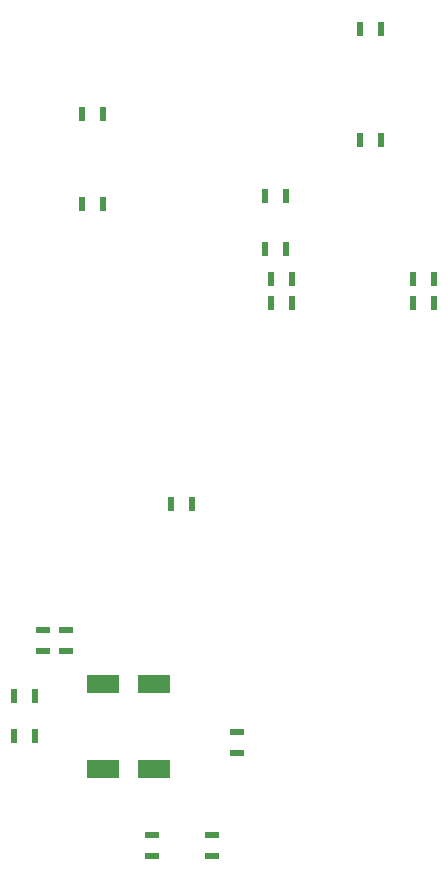
<source format=gbr>
%TF.GenerationSoftware,Altium Limited,Altium Designer,25.2.1 (25)*%
G04 Layer_Color=128*
%FSLAX43Y43*%
%MOMM*%
%TF.SameCoordinates,B664DB7D-B6DB-4AC9-9DB7-209C64ECDA10*%
%TF.FilePolarity,Positive*%
%TF.FileFunction,Paste,Bot*%
%TF.Part,Single*%
G01*
G75*
%TA.AperFunction,SMDPad,CuDef*%
%ADD26R,2.800X1.600*%
%ADD27R,0.600X1.250*%
%ADD28R,1.250X0.600*%
D26*
X30150Y14000D02*
D03*
X25850D02*
D03*
X30150Y21200D02*
D03*
X25850D02*
D03*
D27*
X52100Y53500D02*
D03*
X53900D02*
D03*
X52100Y55500D02*
D03*
X53900D02*
D03*
X24100Y61840D02*
D03*
X25900D02*
D03*
X33400Y36440D02*
D03*
X31600D02*
D03*
X24100Y69460D02*
D03*
X25900D02*
D03*
X40100Y55500D02*
D03*
X41900D02*
D03*
X40100Y53500D02*
D03*
X41900D02*
D03*
X49400Y67300D02*
D03*
X47600D02*
D03*
X49400Y76700D02*
D03*
X47600D02*
D03*
X39600Y58000D02*
D03*
X41400D02*
D03*
X39600Y62500D02*
D03*
X41400D02*
D03*
X18350Y20200D02*
D03*
X20150D02*
D03*
X18350Y16800D02*
D03*
X20150D02*
D03*
D28*
X37220Y17150D02*
D03*
Y15350D02*
D03*
X35080Y8400D02*
D03*
Y6600D02*
D03*
X30000Y8400D02*
D03*
Y6600D02*
D03*
X20750Y23992D02*
D03*
Y25792D02*
D03*
X22750Y25781D02*
D03*
Y23981D02*
D03*
%TF.MD5,f66b3238284fdc3b3996e3296121d9cd*%
M02*

</source>
